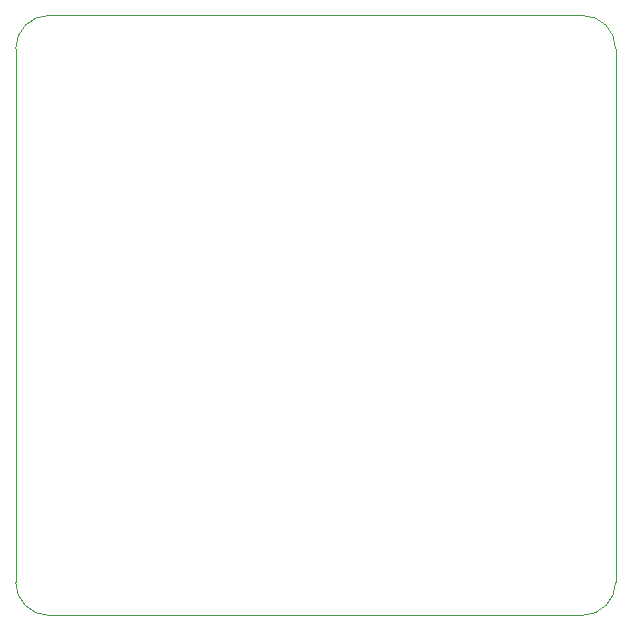
<source format=gbr>
G04 #@! TF.GenerationSoftware,KiCad,Pcbnew,(2017-06-19 revision 6733101c6)-makepkg*
G04 #@! TF.CreationDate,2017-07-31T00:47:17+09:30*
G04 #@! TF.ProjectId,ATM90E3x_fw,41544D39304533785F66772E6B696361,rev?*
G04 #@! TF.SameCoordinates,Original
G04 #@! TF.FileFunction,Profile,NP*
%FSLAX46Y46*%
G04 Gerber Fmt 4.6, Leading zero omitted, Abs format (unit mm)*
G04 Created by KiCad (PCBNEW (2017-06-19 revision 6733101c6)-makepkg) date 07/31/17 00:47:17*
%MOMM*%
%LPD*%
G01*
G04 APERTURE LIST*
%ADD10C,0.100000*%
G04 APERTURE END LIST*
D10*
X154832756Y-91681300D02*
G75*
G03X157654978Y-88859078I0J2822222D01*
G01*
X109677200Y-91681300D02*
G75*
G02X106854978Y-88859078I0J2822222D01*
G01*
X154832756Y-40881300D02*
G75*
G02X157654978Y-43703522I0J-2822222D01*
G01*
X106854978Y-43703522D02*
G75*
G02X109677200Y-40881300I2822222J0D01*
G01*
X106854978Y-88859078D02*
X106854978Y-43703522D01*
X109677200Y-40881300D02*
X109677200Y-40881300D01*
X157654978Y-43703522D02*
X157654978Y-88859078D01*
X154832756Y-91681300D02*
X109677200Y-91681300D01*
X109677200Y-40881300D02*
X154832756Y-40881300D01*
M02*

</source>
